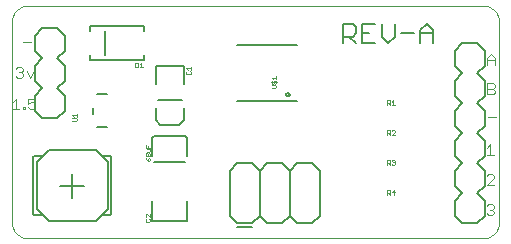
<source format=gto>
G75*
G70*
%OFA0B0*%
%FSLAX24Y24*%
%IPPOS*%
%LPD*%
%AMOC8*
5,1,8,0,0,1.08239X$1,22.5*
%
%ADD10C,0.0000*%
%ADD11C,0.0030*%
%ADD12C,0.0060*%
%ADD13C,0.0080*%
%ADD14C,0.0010*%
%ADD15C,0.0050*%
D10*
X000800Y000550D02*
X016020Y000550D01*
X016064Y000552D01*
X016107Y000558D01*
X016149Y000567D01*
X016191Y000580D01*
X016231Y000597D01*
X016270Y000617D01*
X016307Y000640D01*
X016341Y000667D01*
X016374Y000696D01*
X016403Y000729D01*
X016430Y000763D01*
X016453Y000800D01*
X016473Y000839D01*
X016490Y000879D01*
X016503Y000921D01*
X016512Y000963D01*
X016518Y001006D01*
X016520Y001050D01*
X016520Y007796D01*
X016518Y007840D01*
X016512Y007883D01*
X016503Y007925D01*
X016490Y007967D01*
X016473Y008007D01*
X016453Y008046D01*
X016430Y008083D01*
X016403Y008117D01*
X016374Y008150D01*
X016341Y008179D01*
X016307Y008206D01*
X016270Y008229D01*
X016231Y008249D01*
X016191Y008266D01*
X016149Y008279D01*
X016107Y008288D01*
X016064Y008294D01*
X016020Y008296D01*
X000800Y008296D01*
X000756Y008294D01*
X000713Y008288D01*
X000671Y008279D01*
X000629Y008266D01*
X000589Y008249D01*
X000550Y008229D01*
X000513Y008206D01*
X000479Y008179D01*
X000446Y008150D01*
X000417Y008117D01*
X000390Y008083D01*
X000367Y008046D01*
X000347Y008007D01*
X000330Y007967D01*
X000317Y007925D01*
X000308Y007883D01*
X000302Y007840D01*
X000300Y007796D01*
X000300Y001050D01*
X000302Y001006D01*
X000308Y000963D01*
X000317Y000921D01*
X000330Y000879D01*
X000347Y000839D01*
X000367Y000800D01*
X000390Y000763D01*
X000417Y000729D01*
X000446Y000696D01*
X000479Y000667D01*
X000513Y000640D01*
X000550Y000617D01*
X000589Y000597D01*
X000629Y000580D01*
X000671Y000567D01*
X000713Y000558D01*
X000756Y000552D01*
X000800Y000550D01*
D11*
X000883Y004865D02*
X000826Y004922D01*
X000883Y004865D02*
X000996Y004865D01*
X001053Y004922D01*
X001053Y005035D01*
X000996Y005092D01*
X000939Y005092D01*
X000826Y005035D01*
X000826Y005205D01*
X001053Y005205D01*
X000428Y005205D02*
X000428Y004865D01*
X000315Y004865D02*
X000542Y004865D01*
X000656Y004865D02*
X000656Y004922D01*
X000712Y004922D01*
X000712Y004865D01*
X000656Y004865D01*
X000315Y005092D02*
X000428Y005205D01*
X000477Y005890D02*
X000415Y005952D01*
X000477Y005890D02*
X000600Y005890D01*
X000662Y005952D01*
X000662Y006013D01*
X000600Y006075D01*
X000538Y006075D01*
X000600Y006075D02*
X000662Y006137D01*
X000662Y006199D01*
X000600Y006260D01*
X000477Y006260D01*
X000415Y006199D01*
X000783Y006137D02*
X000907Y005890D01*
X001030Y006137D01*
X000912Y007103D02*
X000665Y007103D01*
X016140Y006562D02*
X016140Y006315D01*
X016387Y006315D02*
X016387Y006562D01*
X016263Y006685D01*
X016140Y006562D01*
X016140Y006500D02*
X016387Y006500D01*
X016325Y005710D02*
X016140Y005710D01*
X016140Y005340D01*
X016325Y005340D01*
X016387Y005402D01*
X016387Y005463D01*
X016325Y005525D01*
X016140Y005525D01*
X016325Y005525D02*
X016387Y005587D01*
X016387Y005649D01*
X016325Y005710D01*
X016412Y004578D02*
X016165Y004578D01*
X016238Y003685D02*
X016238Y003315D01*
X016115Y003315D02*
X016362Y003315D01*
X016115Y003562D02*
X016238Y003685D01*
X016177Y002685D02*
X016115Y002624D01*
X016177Y002685D02*
X016300Y002685D01*
X016362Y002624D01*
X016362Y002562D01*
X016115Y002315D01*
X016362Y002315D01*
X016300Y001685D02*
X016177Y001685D01*
X016115Y001624D01*
X016300Y001685D02*
X016362Y001624D01*
X016362Y001562D01*
X016300Y001500D01*
X016362Y001438D01*
X016362Y001377D01*
X016300Y001315D01*
X016177Y001315D01*
X016115Y001377D01*
X016238Y001500D02*
X016300Y001500D01*
D12*
X009810Y005120D02*
X007800Y005120D01*
X007800Y006980D02*
X009810Y006980D01*
X011330Y007055D02*
X011330Y007696D01*
X011650Y007696D01*
X011757Y007589D01*
X011757Y007375D01*
X011650Y007269D01*
X011330Y007269D01*
X011544Y007269D02*
X011757Y007055D01*
X011975Y007055D02*
X012402Y007055D01*
X012619Y007269D02*
X012833Y007055D01*
X013046Y007269D01*
X013046Y007696D01*
X012619Y007696D02*
X012619Y007269D01*
X012188Y007375D02*
X011975Y007375D01*
X011975Y007055D02*
X011975Y007696D01*
X012402Y007696D01*
X013264Y007375D02*
X013691Y007375D01*
X013908Y007375D02*
X014335Y007375D01*
X014335Y007482D02*
X014335Y007055D01*
X013908Y007055D02*
X013908Y007482D01*
X014122Y007696D01*
X014335Y007482D01*
D13*
X015050Y006800D02*
X015300Y007050D01*
X015800Y007050D01*
X016050Y006800D01*
X016050Y006300D01*
X015800Y006050D01*
X016050Y005800D01*
X016050Y005300D01*
X015800Y005050D01*
X016050Y004800D01*
X016050Y004300D01*
X015800Y004050D01*
X016050Y003800D01*
X016050Y003300D01*
X015800Y003050D01*
X016050Y002800D01*
X016050Y002300D01*
X015800Y002050D01*
X016050Y001800D01*
X016050Y001300D01*
X015800Y001050D01*
X015300Y001050D01*
X015050Y001300D01*
X015050Y001800D01*
X015300Y002050D01*
X015050Y002300D01*
X015050Y002800D01*
X015300Y003050D01*
X015050Y003300D01*
X015050Y003800D01*
X015300Y004050D01*
X015050Y004300D01*
X015050Y004800D01*
X015300Y005050D01*
X015050Y005300D01*
X015050Y005800D01*
X015300Y006050D01*
X015050Y006300D01*
X015050Y006800D01*
X009433Y005340D02*
X009435Y005355D01*
X009441Y005368D01*
X009450Y005380D01*
X009461Y005389D01*
X009475Y005395D01*
X009490Y005397D01*
X009505Y005395D01*
X009518Y005389D01*
X009530Y005380D01*
X009539Y005369D01*
X009545Y005355D01*
X009547Y005340D01*
X009545Y005325D01*
X009539Y005312D01*
X009530Y005300D01*
X009519Y005291D01*
X009505Y005285D01*
X009490Y005283D01*
X009475Y005285D01*
X009462Y005291D01*
X009450Y005300D01*
X009441Y005311D01*
X009435Y005325D01*
X009433Y005340D01*
X006022Y005694D02*
X006022Y006284D01*
X005078Y006284D01*
X005078Y005694D01*
X003469Y005360D02*
X003131Y005360D01*
X002981Y004906D02*
X002981Y004694D01*
X003131Y004240D02*
X003469Y004240D01*
X002050Y004800D02*
X001800Y004550D01*
X001300Y004550D01*
X001050Y004800D01*
X001050Y005300D01*
X001300Y005550D01*
X001050Y005800D01*
X001050Y006300D01*
X001300Y006550D01*
X001050Y006800D01*
X001050Y007300D01*
X001300Y007550D01*
X001800Y007550D01*
X002050Y007300D01*
X002050Y006800D01*
X001800Y006550D01*
X002050Y006300D01*
X002050Y005800D01*
X001800Y005550D01*
X002050Y005300D01*
X002050Y004800D01*
X005078Y004906D02*
X005078Y004473D01*
X005235Y004316D01*
X005865Y004316D01*
X006022Y004473D01*
X006022Y004906D01*
X004706Y006479D02*
X002894Y006479D01*
X002894Y006656D01*
X003406Y006656D02*
X003406Y007444D01*
X002894Y007444D02*
X002894Y007621D01*
X004706Y007621D01*
X004706Y007444D01*
X004706Y006656D02*
X004706Y006479D01*
X007800Y003050D02*
X008300Y003050D01*
X008550Y002800D01*
X008550Y001300D01*
X008800Y001050D01*
X009300Y001050D01*
X009550Y001300D01*
X009550Y002800D01*
X009800Y003050D01*
X010300Y003050D01*
X010550Y002800D01*
X010550Y001300D01*
X010300Y001050D01*
X009800Y001050D01*
X009550Y001300D01*
X008550Y001300D02*
X008300Y001050D01*
X007800Y001050D01*
X007550Y001300D01*
X007550Y002800D01*
X007800Y003050D01*
X008550Y002800D02*
X008800Y003050D01*
X009300Y003050D01*
X009550Y002800D01*
X008300Y000918D02*
X007800Y000918D01*
D14*
X004895Y001130D02*
X004895Y001180D01*
X004870Y001205D01*
X004895Y001252D02*
X004795Y001352D01*
X004770Y001352D01*
X004745Y001327D01*
X004745Y001277D01*
X004770Y001252D01*
X004770Y001205D02*
X004745Y001180D01*
X004745Y001130D01*
X004770Y001105D01*
X004870Y001105D01*
X004895Y001130D01*
X004895Y001252D02*
X004895Y001352D01*
X004870Y003130D02*
X004820Y003130D01*
X004820Y003205D01*
X004845Y003230D01*
X004870Y003230D01*
X004895Y003205D01*
X004895Y003155D01*
X004870Y003130D01*
X004820Y003130D02*
X004770Y003180D01*
X004745Y003230D01*
X004770Y003277D02*
X004795Y003277D01*
X004820Y003302D01*
X004820Y003352D01*
X004845Y003377D01*
X004870Y003377D01*
X004895Y003352D01*
X004895Y003302D01*
X004870Y003277D01*
X004845Y003277D01*
X004820Y003302D01*
X004820Y003352D02*
X004795Y003377D01*
X004770Y003377D01*
X004745Y003352D01*
X004745Y003302D01*
X004770Y003277D01*
X004795Y003425D02*
X004870Y003425D01*
X004895Y003450D01*
X004895Y003525D01*
X004795Y003525D01*
X004820Y003572D02*
X004820Y003622D01*
X004895Y003572D02*
X004745Y003572D01*
X004745Y003672D01*
X002445Y004480D02*
X002420Y004455D01*
X002295Y004455D01*
X002445Y004480D02*
X002445Y004530D01*
X002420Y004555D01*
X002295Y004555D01*
X002345Y004602D02*
X002295Y004652D01*
X002445Y004652D01*
X002445Y004602D02*
X002445Y004702D01*
X006099Y006035D02*
X006099Y006085D01*
X006124Y006110D01*
X006149Y006158D02*
X006099Y006208D01*
X006249Y006208D01*
X006249Y006158D02*
X006249Y006258D01*
X006224Y006110D02*
X006249Y006085D01*
X006249Y006035D01*
X006224Y006010D01*
X006124Y006010D01*
X006099Y006035D01*
X004658Y006245D02*
X004558Y006245D01*
X004608Y006245D02*
X004608Y006395D01*
X004558Y006345D01*
X004510Y006370D02*
X004485Y006395D01*
X004410Y006395D01*
X004410Y006245D01*
X004485Y006245D01*
X004510Y006270D01*
X004510Y006370D01*
X008920Y005752D02*
X009120Y005752D01*
X009095Y005727D02*
X009095Y005777D01*
X009070Y005802D01*
X009045Y005802D01*
X009020Y005777D01*
X009020Y005727D01*
X008995Y005702D01*
X008970Y005702D01*
X008945Y005727D01*
X008945Y005777D01*
X008970Y005802D01*
X008995Y005850D02*
X008945Y005900D01*
X009095Y005900D01*
X009095Y005850D02*
X009095Y005950D01*
X009095Y005727D02*
X009070Y005702D01*
X009070Y005655D02*
X008945Y005655D01*
X009070Y005655D02*
X009095Y005630D01*
X009095Y005580D01*
X009070Y005555D01*
X008945Y005555D01*
X012805Y005155D02*
X012805Y005005D01*
X012805Y005055D02*
X012880Y005055D01*
X012905Y005080D01*
X012905Y005130D01*
X012880Y005155D01*
X012805Y005155D01*
X012855Y005055D02*
X012905Y005005D01*
X012952Y005005D02*
X013052Y005005D01*
X013002Y005005D02*
X013002Y005155D01*
X012952Y005105D01*
X012977Y004155D02*
X012952Y004130D01*
X012977Y004155D02*
X013027Y004155D01*
X013052Y004130D01*
X013052Y004105D01*
X012952Y004005D01*
X013052Y004005D01*
X012905Y004005D02*
X012855Y004055D01*
X012880Y004055D02*
X012805Y004055D01*
X012805Y004005D02*
X012805Y004155D01*
X012880Y004155D01*
X012905Y004130D01*
X012905Y004080D01*
X012880Y004055D01*
X012880Y003155D02*
X012905Y003130D01*
X012905Y003080D01*
X012880Y003055D01*
X012805Y003055D01*
X012805Y003005D02*
X012805Y003155D01*
X012880Y003155D01*
X012952Y003130D02*
X012977Y003155D01*
X013027Y003155D01*
X013052Y003130D01*
X013052Y003105D01*
X013027Y003080D01*
X013052Y003055D01*
X013052Y003030D01*
X013027Y003005D01*
X012977Y003005D01*
X012952Y003030D01*
X012905Y003005D02*
X012855Y003055D01*
X013002Y003080D02*
X013027Y003080D01*
X013027Y002155D02*
X012952Y002080D01*
X013052Y002080D01*
X013027Y002005D02*
X013027Y002155D01*
X012905Y002130D02*
X012905Y002080D01*
X012880Y002055D01*
X012805Y002055D01*
X012805Y002005D02*
X012805Y002155D01*
X012880Y002155D01*
X012905Y002130D01*
X012855Y002055D02*
X012905Y002005D01*
D15*
X006141Y001802D02*
X006141Y001133D01*
X004959Y001133D01*
X004959Y001802D01*
X003599Y001355D02*
X003560Y001316D01*
X003402Y001316D01*
X003324Y001316D01*
X003284Y001316D01*
X003087Y001119D01*
X002300Y001119D01*
X001906Y001119D01*
X001513Y001119D01*
X001316Y001316D01*
X001040Y001316D01*
X001001Y001355D01*
X001001Y003245D01*
X001040Y003284D01*
X001198Y003284D01*
X001316Y003284D01*
X001513Y003481D01*
X001906Y003481D01*
X002300Y003481D01*
X003087Y003481D01*
X003284Y003284D01*
X003520Y003284D01*
X003560Y003284D01*
X003599Y003245D01*
X003599Y001355D01*
X003481Y001513D02*
X003284Y001316D01*
X003324Y001316D02*
X003402Y001316D01*
X003481Y001513D02*
X003481Y002300D01*
X003481Y003087D01*
X003284Y003284D01*
X003520Y003284D01*
X002300Y002694D02*
X002300Y002300D01*
X002300Y001906D01*
X002300Y002300D02*
X001906Y002300D01*
X002300Y002300D01*
X002694Y002300D01*
X002300Y002300D01*
X001119Y002300D02*
X001119Y003087D01*
X001316Y003284D01*
X001276Y003284D02*
X001198Y003284D01*
X001119Y002300D02*
X001119Y001513D01*
X001316Y001316D01*
X001513Y001119D02*
X001906Y001119D01*
X005038Y003101D02*
X006062Y003101D01*
X006141Y003298D02*
X006141Y003889D01*
X006062Y003967D01*
X005038Y003967D01*
X004959Y003889D01*
X004959Y003298D01*
X005150Y005150D02*
X005950Y005150D01*
M02*

</source>
